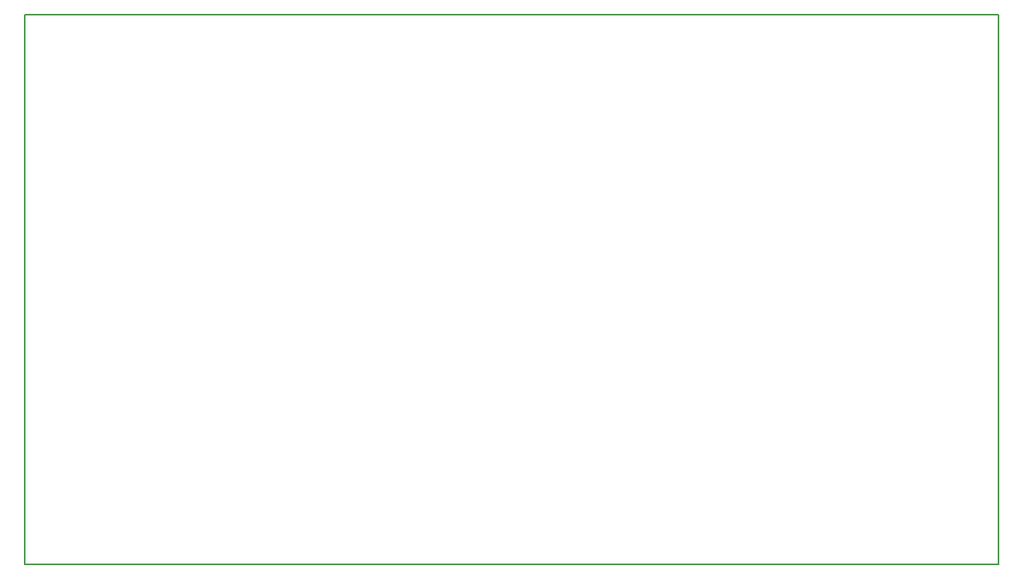
<source format=gm1>
G04 #@! TF.FileFunction,Profile,NP*
%FSLAX46Y46*%
G04 Gerber Fmt 4.6, Leading zero omitted, Abs format (unit mm)*
G04 Created by KiCad (PCBNEW 4.0.7) date 01/06/19 15:08:04*
%MOMM*%
%LPD*%
G01*
G04 APERTURE LIST*
%ADD10C,0.100000*%
%ADD11C,0.150000*%
G04 APERTURE END LIST*
D10*
D11*
X59055000Y-109855000D02*
X59055000Y-49530000D01*
X165735000Y-109855000D02*
X59055000Y-109855000D01*
X165735000Y-49530000D02*
X165735000Y-109855000D01*
X59055000Y-49530000D02*
X165735000Y-49530000D01*
M02*

</source>
